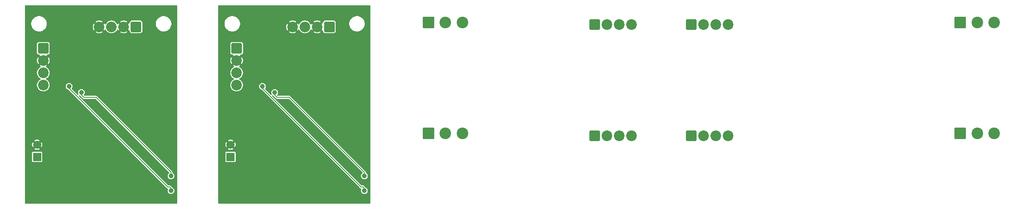
<source format=gbr>
%TF.GenerationSoftware,KiCad,Pcbnew,9.0.3*%
%TF.CreationDate,2025-08-26T07:18:43-07:00*%
%TF.ProjectId,board_prints,626f6172-645f-4707-9269-6e74732e6b69,rev?*%
%TF.SameCoordinates,Original*%
%TF.FileFunction,Copper,L2,Bot*%
%TF.FilePolarity,Positive*%
%FSLAX46Y46*%
G04 Gerber Fmt 4.6, Leading zero omitted, Abs format (unit mm)*
G04 Created by KiCad (PCBNEW 9.0.3) date 2025-08-26 07:18:43*
%MOMM*%
%LPD*%
G01*
G04 APERTURE LIST*
G04 Aperture macros list*
%AMRoundRect*
0 Rectangle with rounded corners*
0 $1 Rounding radius*
0 $2 $3 $4 $5 $6 $7 $8 $9 X,Y pos of 4 corners*
0 Add a 4 corners polygon primitive as box body*
4,1,4,$2,$3,$4,$5,$6,$7,$8,$9,$2,$3,0*
0 Add four circle primitives for the rounded corners*
1,1,$1+$1,$2,$3*
1,1,$1+$1,$4,$5*
1,1,$1+$1,$6,$7*
1,1,$1+$1,$8,$9*
0 Add four rect primitives between the rounded corners*
20,1,$1+$1,$2,$3,$4,$5,0*
20,1,$1+$1,$4,$5,$6,$7,0*
20,1,$1+$1,$6,$7,$8,$9,0*
20,1,$1+$1,$8,$9,$2,$3,0*%
G04 Aperture macros list end*
%TA.AperFunction,ComponentPad*%
%ADD10RoundRect,0.249999X0.850001X0.850001X-0.850001X0.850001X-0.850001X-0.850001X0.850001X-0.850001X0*%
%TD*%
%TA.AperFunction,ComponentPad*%
%ADD11C,2.200000*%
%TD*%
%TA.AperFunction,ComponentPad*%
%ADD12R,1.700000X1.700000*%
%TD*%
%TA.AperFunction,ComponentPad*%
%ADD13C,1.700000*%
%TD*%
%TA.AperFunction,ComponentPad*%
%ADD14RoundRect,0.250001X-0.949999X-0.949999X0.949999X-0.949999X0.949999X0.949999X-0.949999X0.949999X0*%
%TD*%
%TA.AperFunction,ComponentPad*%
%ADD15C,2.400000*%
%TD*%
%TA.AperFunction,ComponentPad*%
%ADD16RoundRect,0.249999X-0.850001X0.850001X-0.850001X-0.850001X0.850001X-0.850001X0.850001X0.850001X0*%
%TD*%
%TA.AperFunction,ComponentPad*%
%ADD17RoundRect,0.249999X-0.850001X-0.850001X0.850001X-0.850001X0.850001X0.850001X-0.850001X0.850001X0*%
%TD*%
%TA.AperFunction,ViaPad*%
%ADD18C,1.000000*%
%TD*%
%TA.AperFunction,ViaPad*%
%ADD19C,1.500000*%
%TD*%
%TA.AperFunction,Conductor*%
%ADD20C,0.200000*%
%TD*%
G04 APERTURE END LIST*
D10*
%TO.P,J2,1,Pin_1*%
%TO.N,Net-(J2-Pin_1)*%
X108487000Y-112935000D03*
D11*
%TO.P,J2,2,Pin_2*%
%TO.N,GND*%
X105947000Y-112935000D03*
%TO.P,J2,3,Pin_3*%
%TO.N,Net-(J2-Pin_3)*%
X103407000Y-112935000D03*
%TO.P,J2,4,Pin_4*%
%TO.N,GND*%
X100867000Y-112935000D03*
%TD*%
D12*
%TO.P,J3,1,Pin_1*%
%TO.N,+BATT*%
X48048000Y-139855000D03*
D13*
%TO.P,J3,2,Pin_2*%
%TO.N,GND*%
X48048000Y-137315000D03*
%TD*%
D14*
%TO.P,J4,1,Pin_1*%
%TO.N,+BATT*%
X129000000Y-112000000D03*
D15*
%TO.P,J4,2,Pin_2*%
%TO.N,-BATT*%
X132500000Y-112000000D03*
%TO.P,J4,3,Pin_3*%
%TO.N,GND*%
X136000000Y-112000000D03*
%TD*%
D14*
%TO.P,J4,1,Pin_1*%
%TO.N,+BATT*%
X129000000Y-135000000D03*
D15*
%TO.P,J4,2,Pin_2*%
%TO.N,-BATT*%
X132500000Y-135000000D03*
%TO.P,J4,3,Pin_3*%
%TO.N,GND*%
X136000000Y-135000000D03*
%TD*%
D12*
%TO.P,J3,1,Pin_1*%
%TO.N,+BATT*%
X88036000Y-139855000D03*
D13*
%TO.P,J3,2,Pin_2*%
%TO.N,GND*%
X88036000Y-137315000D03*
%TD*%
D10*
%TO.P,J2,1,Pin_1*%
%TO.N,Net-(J2-Pin_1)*%
X68499000Y-112935000D03*
D11*
%TO.P,J2,2,Pin_2*%
%TO.N,GND*%
X65959000Y-112935000D03*
%TO.P,J2,3,Pin_3*%
%TO.N,Net-(J2-Pin_3)*%
X63419000Y-112935000D03*
%TO.P,J2,4,Pin_4*%
%TO.N,GND*%
X60879000Y-112935000D03*
%TD*%
D16*
%TO.P,J1,1,Pin_1*%
%TO.N,+BATT*%
X49318000Y-117376000D03*
D11*
%TO.P,J1,2,Pin_2*%
%TO.N,GND*%
X49318000Y-119916000D03*
%TO.P,J1,3,Pin_3*%
%TO.N,+5V*%
X49318000Y-122456000D03*
%TO.P,J1,4,Pin_4*%
%TO.N,+BATT*%
X49318000Y-124996000D03*
%TD*%
D17*
%TO.P,J1,1,Pin_1*%
%TO.N,GND*%
X183380000Y-135500000D03*
D11*
%TO.P,J1,2,Pin_2*%
X185920000Y-135500000D03*
%TO.P,J1,3,Pin_3*%
%TO.N,Net-(J1-Pin_3)*%
X188460000Y-135500000D03*
%TO.P,J1,4,Pin_4*%
%TO.N,Net-(J1-Pin_4)*%
X191000000Y-135500000D03*
%TD*%
D16*
%TO.P,J1,1,Pin_1*%
%TO.N,+BATT*%
X89306000Y-117376000D03*
D11*
%TO.P,J1,2,Pin_2*%
%TO.N,GND*%
X89306000Y-119916000D03*
%TO.P,J1,3,Pin_3*%
%TO.N,+5V*%
X89306000Y-122456000D03*
%TO.P,J1,4,Pin_4*%
%TO.N,+BATT*%
X89306000Y-124996000D03*
%TD*%
D17*
%TO.P,J3,1,Pin_1*%
%TO.N,GND*%
X163380000Y-112500000D03*
D11*
%TO.P,J3,2,Pin_2*%
X165920000Y-112500000D03*
%TO.P,J3,3,Pin_3*%
X168460000Y-112500000D03*
%TO.P,J3,4,Pin_4*%
X171000000Y-112500000D03*
%TD*%
D14*
%TO.P,J2,1,Pin_1*%
%TO.N,+BATT*%
X239000000Y-112000000D03*
D15*
%TO.P,J2,2,Pin_2*%
%TO.N,-BATT*%
X242500000Y-112000000D03*
%TO.P,J2,3,Pin_3*%
%TO.N,GND*%
X246000000Y-112000000D03*
%TD*%
D17*
%TO.P,J1,1,Pin_1*%
%TO.N,GND*%
X183380000Y-112500000D03*
D11*
%TO.P,J1,2,Pin_2*%
X185920000Y-112500000D03*
%TO.P,J1,3,Pin_3*%
%TO.N,Net-(J1-Pin_3)*%
X188460000Y-112500000D03*
%TO.P,J1,4,Pin_4*%
%TO.N,Net-(J1-Pin_4)*%
X191000000Y-112500000D03*
%TD*%
D17*
%TO.P,J3,1,Pin_1*%
%TO.N,GND*%
X163380000Y-135500000D03*
D11*
%TO.P,J3,2,Pin_2*%
X165920000Y-135500000D03*
%TO.P,J3,3,Pin_3*%
X168460000Y-135500000D03*
%TO.P,J3,4,Pin_4*%
X171000000Y-135500000D03*
%TD*%
D14*
%TO.P,J2,1,Pin_1*%
%TO.N,+BATT*%
X239000000Y-135000000D03*
D15*
%TO.P,J2,2,Pin_2*%
%TO.N,-BATT*%
X242500000Y-135000000D03*
%TO.P,J2,3,Pin_3*%
%TO.N,GND*%
X246000000Y-135000000D03*
%TD*%
D18*
%TO.N,/~{CS}*%
X75734000Y-146840000D03*
X94640000Y-125250000D03*
X115722000Y-146840000D03*
X54652000Y-125250000D03*
D19*
%TO.N,GND*%
X49064000Y-131219000D03*
X67987000Y-115471000D03*
X75480000Y-139347000D03*
X101625000Y-115471000D03*
X107975000Y-115471000D03*
X115468000Y-139347000D03*
X75480000Y-117376000D03*
X50842000Y-114582000D03*
X61637000Y-115471000D03*
X87401000Y-146840000D03*
X90830000Y-114582000D03*
X47413000Y-146840000D03*
X89052000Y-131219000D03*
X115468000Y-117376000D03*
D18*
%TO.N,Net-(U3-PA4_A1_D1)*%
X57192000Y-126520000D03*
X75734000Y-143792000D03*
X115722000Y-143792000D03*
X97180000Y-126520000D03*
%TD*%
D20*
%TO.N,/~{CS}*%
X54652000Y-125659326D02*
X54652000Y-125250000D01*
X75480000Y-146078000D02*
X75070674Y-146078000D01*
X94640000Y-125659326D02*
X94640000Y-125250000D01*
X115058674Y-146078000D02*
X94640000Y-125659326D01*
X75070674Y-146078000D02*
X54652000Y-125659326D01*
X115468000Y-146078000D02*
X115058674Y-146078000D01*
X115722000Y-146840000D02*
X115722000Y-146332000D01*
X75734000Y-146332000D02*
X75480000Y-146078000D01*
X115722000Y-146332000D02*
X115468000Y-146078000D01*
X75734000Y-146840000D02*
X75734000Y-146332000D01*
%TO.N,GND*%
X64812000Y-119408000D02*
X65066000Y-119408000D01*
X104800000Y-119408000D02*
X105054000Y-119408000D01*
X65066000Y-119408000D02*
X65831469Y-119408000D01*
X105054000Y-119408000D02*
X105819469Y-119408000D01*
%TO.N,Net-(U3-PA4_A1_D1)*%
X57192000Y-126520000D02*
X57192000Y-127028000D01*
X97180000Y-127028000D02*
X97688000Y-127536000D01*
X100228000Y-127536000D02*
X115722000Y-143030000D01*
X115722000Y-143030000D02*
X115722000Y-143792000D01*
X97180000Y-126520000D02*
X97180000Y-127028000D01*
X97688000Y-127536000D02*
X100228000Y-127536000D01*
X57192000Y-127028000D02*
X57700000Y-127536000D01*
X57700000Y-127536000D02*
X60240000Y-127536000D01*
X75734000Y-143030000D02*
X75734000Y-143792000D01*
X60240000Y-127536000D02*
X75734000Y-143030000D01*
%TD*%
%TA.AperFunction,Conductor*%
%TO.N,GND*%
G36*
X76970031Y-108497713D02*
G01*
X77006576Y-108548013D01*
X77011500Y-108579100D01*
X77011500Y-149413900D01*
X76992287Y-149473031D01*
X76941987Y-149509576D01*
X76910900Y-149514500D01*
X45601100Y-149514500D01*
X45541969Y-149495287D01*
X45505424Y-149444987D01*
X45500500Y-149413900D01*
X45500500Y-138984936D01*
X46994300Y-138984936D01*
X46994300Y-140725063D01*
X47006118Y-140784479D01*
X47006119Y-140784480D01*
X47051140Y-140851860D01*
X47118520Y-140896881D01*
X47177936Y-140908700D01*
X47177937Y-140908700D01*
X48918063Y-140908700D01*
X48918064Y-140908700D01*
X48977480Y-140896881D01*
X49044860Y-140851860D01*
X49089881Y-140784480D01*
X49101700Y-140725064D01*
X49101700Y-138984936D01*
X49089881Y-138925520D01*
X49044860Y-138858140D01*
X48977480Y-138813119D01*
X48977479Y-138813118D01*
X48929882Y-138803650D01*
X48918064Y-138801300D01*
X47177936Y-138801300D01*
X47168078Y-138803260D01*
X47118520Y-138813118D01*
X47051140Y-138858140D01*
X47006118Y-138925520D01*
X46994300Y-138984936D01*
X45500500Y-138984936D01*
X45500500Y-137211269D01*
X46994800Y-137211269D01*
X46994800Y-137418730D01*
X47035274Y-137622209D01*
X47114664Y-137813873D01*
X47114668Y-137813881D01*
X47147070Y-137862374D01*
X47147071Y-137862374D01*
X47565037Y-137444408D01*
X47582075Y-137507993D01*
X47647901Y-137622007D01*
X47740993Y-137715099D01*
X47855007Y-137780925D01*
X47918590Y-137797962D01*
X47500624Y-138215927D01*
X47500624Y-138215928D01*
X47549118Y-138248331D01*
X47549126Y-138248335D01*
X47740790Y-138327725D01*
X47944270Y-138368200D01*
X48151730Y-138368200D01*
X48355209Y-138327725D01*
X48546870Y-138248337D01*
X48546883Y-138248329D01*
X48595374Y-138215928D01*
X48595374Y-138215927D01*
X48177409Y-137797962D01*
X48240993Y-137780925D01*
X48355007Y-137715099D01*
X48448099Y-137622007D01*
X48513925Y-137507993D01*
X48530962Y-137444409D01*
X48948927Y-137862374D01*
X48948928Y-137862374D01*
X48981329Y-137813883D01*
X48981337Y-137813870D01*
X49060725Y-137622209D01*
X49101200Y-137418730D01*
X49101200Y-137211269D01*
X49060725Y-137007790D01*
X48981335Y-136816126D01*
X48981331Y-136816118D01*
X48948928Y-136767624D01*
X48948927Y-136767624D01*
X48530962Y-137185589D01*
X48513925Y-137122007D01*
X48448099Y-137007993D01*
X48355007Y-136914901D01*
X48240993Y-136849075D01*
X48177407Y-136832037D01*
X48595374Y-136414071D01*
X48595374Y-136414070D01*
X48546881Y-136381668D01*
X48546873Y-136381664D01*
X48355209Y-136302274D01*
X48151730Y-136261800D01*
X47944270Y-136261800D01*
X47740790Y-136302274D01*
X47549127Y-136381664D01*
X47549121Y-136381667D01*
X47500624Y-136414071D01*
X47918590Y-136832037D01*
X47855007Y-136849075D01*
X47740993Y-136914901D01*
X47647901Y-137007993D01*
X47582075Y-137122007D01*
X47565037Y-137185590D01*
X47147071Y-136767624D01*
X47114667Y-136816121D01*
X47114664Y-136816127D01*
X47035274Y-137007790D01*
X46994800Y-137211269D01*
X45500500Y-137211269D01*
X45500500Y-116471346D01*
X48014300Y-116471346D01*
X48014300Y-118280654D01*
X48017174Y-118311302D01*
X48062346Y-118440395D01*
X48143561Y-118550439D01*
X48253605Y-118631654D01*
X48382698Y-118676826D01*
X48413346Y-118679700D01*
X48413352Y-118679700D01*
X48493121Y-118679700D01*
X48552252Y-118698913D01*
X48588797Y-118749213D01*
X48593411Y-118788194D01*
X48589787Y-118834233D01*
X49147766Y-119392212D01*
X49105708Y-119403482D01*
X48980292Y-119475890D01*
X48877890Y-119578292D01*
X48805482Y-119703708D01*
X48794212Y-119745766D01*
X48236233Y-119187787D01*
X48236232Y-119187787D01*
X48203404Y-119232971D01*
X48203400Y-119232977D01*
X48110278Y-119415740D01*
X48110277Y-119415742D01*
X48046891Y-119610823D01*
X48046887Y-119610839D01*
X48014800Y-119813429D01*
X48014800Y-120018570D01*
X48046887Y-120221160D01*
X48046891Y-120221176D01*
X48110277Y-120416257D01*
X48110278Y-120416259D01*
X48203399Y-120599021D01*
X48236232Y-120644210D01*
X48794211Y-120086231D01*
X48805482Y-120128292D01*
X48877890Y-120253708D01*
X48980292Y-120356110D01*
X49105708Y-120428518D01*
X49147765Y-120439787D01*
X48589787Y-120997765D01*
X48589787Y-120997766D01*
X48634971Y-121030595D01*
X48634977Y-121030599D01*
X48763499Y-121096084D01*
X48807463Y-121140047D01*
X48817189Y-121201456D01*
X48788963Y-121256854D01*
X48763500Y-121275354D01*
X48634711Y-121340976D01*
X48468698Y-121461592D01*
X48323592Y-121606698D01*
X48202976Y-121772711D01*
X48109813Y-121955552D01*
X48046404Y-122150706D01*
X48046401Y-122150720D01*
X48014300Y-122353392D01*
X48014300Y-122558607D01*
X48046401Y-122761279D01*
X48046404Y-122761293D01*
X48109813Y-122956447D01*
X48202976Y-123139288D01*
X48323592Y-123305301D01*
X48323594Y-123305303D01*
X48468697Y-123450406D01*
X48634712Y-123571024D01*
X48693716Y-123601088D01*
X48762950Y-123636365D01*
X48806913Y-123680329D01*
X48816639Y-123741738D01*
X48788413Y-123797135D01*
X48762950Y-123815635D01*
X48634711Y-123880976D01*
X48468698Y-124001592D01*
X48323592Y-124146698D01*
X48202976Y-124312711D01*
X48109813Y-124495552D01*
X48046404Y-124690706D01*
X48046401Y-124690720D01*
X48014300Y-124893392D01*
X48014300Y-125098607D01*
X48046401Y-125301279D01*
X48046404Y-125301293D01*
X48109813Y-125496447D01*
X48202976Y-125679288D01*
X48323592Y-125845301D01*
X48323594Y-125845303D01*
X48468697Y-125990406D01*
X48634712Y-126111024D01*
X48724390Y-126156717D01*
X48817552Y-126204186D01*
X49012706Y-126267595D01*
X49012708Y-126267595D01*
X49012716Y-126267598D01*
X49215392Y-126299699D01*
X49215394Y-126299700D01*
X49215397Y-126299700D01*
X49420606Y-126299700D01*
X49420606Y-126299699D01*
X49623284Y-126267598D01*
X49818447Y-126204186D01*
X50001288Y-126111024D01*
X50167303Y-125990406D01*
X50312406Y-125845303D01*
X50433024Y-125679288D01*
X50526186Y-125496447D01*
X50589598Y-125301284D01*
X50608698Y-125180692D01*
X53948300Y-125180692D01*
X53948300Y-125319307D01*
X53975343Y-125455264D01*
X54028387Y-125583323D01*
X54028388Y-125583326D01*
X54028389Y-125583327D01*
X54105400Y-125698583D01*
X54203417Y-125796600D01*
X54318673Y-125873611D01*
X54345880Y-125884880D01*
X54446731Y-125926655D01*
X54446735Y-125926655D01*
X54446738Y-125926657D01*
X54470603Y-125931403D01*
X54522112Y-125958935D01*
X74884199Y-146321022D01*
X74953448Y-146361003D01*
X74953454Y-146361006D01*
X75037059Y-146383407D01*
X75036304Y-146386222D01*
X75081462Y-146407739D01*
X75111150Y-146462367D01*
X75105184Y-146519237D01*
X75057343Y-146634735D01*
X75030300Y-146770692D01*
X75030300Y-146909307D01*
X75057343Y-147045264D01*
X75110387Y-147173323D01*
X75110388Y-147173326D01*
X75110389Y-147173327D01*
X75187400Y-147288583D01*
X75285417Y-147386600D01*
X75400673Y-147463611D01*
X75464705Y-147490134D01*
X75528735Y-147516656D01*
X75528736Y-147516656D01*
X75528738Y-147516657D01*
X75664692Y-147543700D01*
X75664693Y-147543700D01*
X75803307Y-147543700D01*
X75803308Y-147543700D01*
X75939262Y-147516657D01*
X76067327Y-147463611D01*
X76182583Y-147386600D01*
X76280600Y-147288583D01*
X76357611Y-147173327D01*
X76410657Y-147045262D01*
X76437700Y-146909308D01*
X76437700Y-146770692D01*
X76410657Y-146634738D01*
X76357611Y-146506673D01*
X76280600Y-146391417D01*
X76182583Y-146293400D01*
X76067327Y-146216389D01*
X76067328Y-146216389D01*
X76067326Y-146216388D01*
X76067323Y-146216387D01*
X76033956Y-146202565D01*
X75986680Y-146162185D01*
X75985336Y-146159926D01*
X75977020Y-146145523D01*
X75666474Y-145834977D01*
X75597225Y-145794996D01*
X75597219Y-145794993D01*
X75519989Y-145774301D01*
X75519984Y-145774300D01*
X75519983Y-145774300D01*
X75519982Y-145774300D01*
X75238141Y-145774300D01*
X75179010Y-145755087D01*
X75167006Y-145744835D01*
X56698242Y-127276071D01*
X56690479Y-127260836D01*
X56678681Y-127248462D01*
X56676718Y-127233828D01*
X56670016Y-127220673D01*
X56672690Y-127203787D01*
X56670418Y-127186840D01*
X56677432Y-127173846D01*
X56679742Y-127159265D01*
X56691830Y-127147176D01*
X56699954Y-127132129D01*
X56713267Y-127125739D01*
X56723706Y-127115301D01*
X56740591Y-127112626D01*
X56756008Y-127105228D01*
X56768708Y-127108173D01*
X56785114Y-127105575D01*
X56817168Y-127116412D01*
X56821326Y-127118656D01*
X56858673Y-127143611D01*
X56896810Y-127159408D01*
X56901332Y-127161849D01*
X56919405Y-127180804D01*
X56939315Y-127197808D01*
X56940653Y-127200055D01*
X56948979Y-127214476D01*
X57456977Y-127722473D01*
X57456979Y-127722476D01*
X57513524Y-127779021D01*
X57557427Y-127804368D01*
X57582775Y-127819004D01*
X57582777Y-127819005D01*
X57643682Y-127835323D01*
X57660016Y-127839700D01*
X57660017Y-127839700D01*
X60072533Y-127839700D01*
X60131664Y-127858913D01*
X60143668Y-127869165D01*
X75339303Y-143064800D01*
X75367529Y-143120198D01*
X75357803Y-143181606D01*
X75324060Y-143219579D01*
X75285417Y-143245400D01*
X75285413Y-143245403D01*
X75187403Y-143343413D01*
X75110388Y-143458673D01*
X75110387Y-143458676D01*
X75057343Y-143586735D01*
X75030300Y-143722692D01*
X75030300Y-143861307D01*
X75057343Y-143997264D01*
X75110387Y-144125323D01*
X75110388Y-144125326D01*
X75110389Y-144125327D01*
X75187400Y-144240583D01*
X75285417Y-144338600D01*
X75400673Y-144415611D01*
X75464705Y-144442134D01*
X75528735Y-144468656D01*
X75528736Y-144468656D01*
X75528738Y-144468657D01*
X75664692Y-144495700D01*
X75664693Y-144495700D01*
X75803307Y-144495700D01*
X75803308Y-144495700D01*
X75939262Y-144468657D01*
X76067327Y-144415611D01*
X76182583Y-144338600D01*
X76280600Y-144240583D01*
X76357611Y-144125327D01*
X76410657Y-143997262D01*
X76437700Y-143861308D01*
X76437700Y-143722692D01*
X76410657Y-143586738D01*
X76357611Y-143458673D01*
X76280600Y-143343417D01*
X76182583Y-143245400D01*
X76143942Y-143219581D01*
X76082409Y-143178465D01*
X76043918Y-143129639D01*
X76037700Y-143094820D01*
X76037700Y-142990018D01*
X76037698Y-142990010D01*
X76017006Y-142912780D01*
X76017003Y-142912774D01*
X75977022Y-142843525D01*
X60426474Y-127292977D01*
X60357225Y-127252996D01*
X60357219Y-127252993D01*
X60279989Y-127232301D01*
X60279984Y-127232300D01*
X60279983Y-127232300D01*
X60279982Y-127232300D01*
X57867466Y-127232300D01*
X57859745Y-127229791D01*
X57851729Y-127231061D01*
X57830740Y-127220366D01*
X57808335Y-127213087D01*
X57796331Y-127202835D01*
X57721474Y-127127978D01*
X57693248Y-127072580D01*
X57702974Y-127011172D01*
X57721473Y-126985708D01*
X57738600Y-126968583D01*
X57815611Y-126853327D01*
X57868657Y-126725262D01*
X57895700Y-126589308D01*
X57895700Y-126450692D01*
X57868657Y-126314738D01*
X57815611Y-126186673D01*
X57738600Y-126071417D01*
X57640583Y-125973400D01*
X57525327Y-125896389D01*
X57525328Y-125896389D01*
X57525326Y-125896388D01*
X57525323Y-125896387D01*
X57397264Y-125843343D01*
X57306626Y-125825314D01*
X57261308Y-125816300D01*
X57122692Y-125816300D01*
X57088703Y-125823060D01*
X56986735Y-125843343D01*
X56858676Y-125896387D01*
X56858673Y-125896388D01*
X56743413Y-125973403D01*
X56645403Y-126071413D01*
X56568388Y-126186673D01*
X56568387Y-126186676D01*
X56515343Y-126314735D01*
X56488300Y-126450692D01*
X56488300Y-126589307D01*
X56515343Y-126725264D01*
X56568387Y-126853323D01*
X56568391Y-126853331D01*
X56590709Y-126886732D01*
X56607585Y-126946572D01*
X56586066Y-127004903D01*
X56534370Y-127039445D01*
X56472244Y-127037004D01*
X56435928Y-127013757D01*
X55225797Y-125803626D01*
X55197571Y-125748228D01*
X55207297Y-125686820D01*
X55213276Y-125676617D01*
X55275611Y-125583327D01*
X55328657Y-125455262D01*
X55355700Y-125319308D01*
X55355700Y-125180692D01*
X55328657Y-125044738D01*
X55275611Y-124916673D01*
X55198600Y-124801417D01*
X55100583Y-124703400D01*
X54985327Y-124626389D01*
X54985328Y-124626389D01*
X54985326Y-124626388D01*
X54985323Y-124626387D01*
X54857264Y-124573343D01*
X54766626Y-124555314D01*
X54721308Y-124546300D01*
X54582692Y-124546300D01*
X54548703Y-124553060D01*
X54446735Y-124573343D01*
X54318676Y-124626387D01*
X54318673Y-124626388D01*
X54203413Y-124703403D01*
X54105403Y-124801413D01*
X54028388Y-124916673D01*
X54028387Y-124916676D01*
X53975343Y-125044735D01*
X53948300Y-125180692D01*
X50608698Y-125180692D01*
X50621700Y-125098603D01*
X50621700Y-124893397D01*
X50621700Y-124893393D01*
X50621699Y-124893392D01*
X50589598Y-124690716D01*
X50568697Y-124626388D01*
X50526186Y-124495552D01*
X50433023Y-124312711D01*
X50312407Y-124146698D01*
X50167301Y-124001592D01*
X50001288Y-123880975D01*
X50001284Y-123880973D01*
X49873050Y-123815635D01*
X49829086Y-123771671D01*
X49819360Y-123710263D01*
X49847586Y-123654865D01*
X49873050Y-123636365D01*
X50001284Y-123571026D01*
X50001288Y-123571024D01*
X50001289Y-123571023D01*
X50167303Y-123450406D01*
X50312406Y-123305303D01*
X50433024Y-123139288D01*
X50526186Y-122956447D01*
X50589598Y-122761284D01*
X50621700Y-122558603D01*
X50621700Y-122353397D01*
X50621700Y-122353393D01*
X50621699Y-122353392D01*
X50589598Y-122150716D01*
X50526186Y-121955553D01*
X50526186Y-121955552D01*
X50433023Y-121772711D01*
X50312407Y-121606698D01*
X50167301Y-121461592D01*
X50001288Y-121340976D01*
X49872499Y-121275354D01*
X49828536Y-121231390D01*
X49818810Y-121169981D01*
X49847036Y-121114584D01*
X49872500Y-121096083D01*
X50001027Y-121030596D01*
X50046212Y-120997766D01*
X49488233Y-120439787D01*
X49530292Y-120428518D01*
X49655708Y-120356110D01*
X49758110Y-120253708D01*
X49830518Y-120128292D01*
X49841787Y-120086233D01*
X50399766Y-120644212D01*
X50432599Y-120599023D01*
X50525721Y-120416259D01*
X50525722Y-120416257D01*
X50589108Y-120221176D01*
X50589112Y-120221160D01*
X50621199Y-120018570D01*
X50621200Y-120018566D01*
X50621200Y-119813434D01*
X50621199Y-119813429D01*
X50589112Y-119610839D01*
X50589108Y-119610823D01*
X50525722Y-119415742D01*
X50525721Y-119415740D01*
X50432599Y-119232977D01*
X50432595Y-119232971D01*
X50399766Y-119187787D01*
X50399765Y-119187787D01*
X49841787Y-119745765D01*
X49830518Y-119703708D01*
X49758110Y-119578292D01*
X49655708Y-119475890D01*
X49530292Y-119403482D01*
X49488231Y-119392211D01*
X50046211Y-118834232D01*
X50042588Y-118788193D01*
X50057102Y-118727737D01*
X50104380Y-118687358D01*
X50142878Y-118679700D01*
X50222648Y-118679700D01*
X50222654Y-118679700D01*
X50253302Y-118676826D01*
X50382395Y-118631654D01*
X50492439Y-118550439D01*
X50573654Y-118440395D01*
X50618826Y-118311302D01*
X50621700Y-118280654D01*
X50621700Y-116471346D01*
X50618826Y-116440698D01*
X50573654Y-116311605D01*
X50492439Y-116201561D01*
X50382395Y-116120346D01*
X50253302Y-116075174D01*
X50222654Y-116072300D01*
X48413346Y-116072300D01*
X48382698Y-116075174D01*
X48318151Y-116097760D01*
X48253604Y-116120346D01*
X48143561Y-116201561D01*
X48062346Y-116311604D01*
X48062346Y-116311605D01*
X48017174Y-116440698D01*
X48014300Y-116471346D01*
X45500500Y-116471346D01*
X45500500Y-112170033D01*
X46828500Y-112170033D01*
X46828500Y-112421966D01*
X46867909Y-112670780D01*
X46867912Y-112670794D01*
X46945758Y-112910379D01*
X47060125Y-113134836D01*
X47060130Y-113134845D01*
X47134168Y-113236750D01*
X47208205Y-113338654D01*
X47208207Y-113338656D01*
X47386344Y-113516793D01*
X47590155Y-113664870D01*
X47590163Y-113664874D01*
X47814620Y-113779241D01*
X48054205Y-113857087D01*
X48054207Y-113857087D01*
X48054215Y-113857090D01*
X48303034Y-113896499D01*
X48303036Y-113896500D01*
X48303038Y-113896500D01*
X48554964Y-113896500D01*
X48554964Y-113896499D01*
X48614339Y-113887095D01*
X48665056Y-113879063D01*
X48720368Y-113870302D01*
X48803785Y-113857090D01*
X49043379Y-113779241D01*
X49267845Y-113664870D01*
X49471656Y-113516793D01*
X49649793Y-113338656D01*
X49797870Y-113134845D01*
X49912241Y-112910379D01*
X49937569Y-112832429D01*
X59575800Y-112832429D01*
X59575800Y-113037570D01*
X59607887Y-113240160D01*
X59607891Y-113240176D01*
X59671277Y-113435257D01*
X59671278Y-113435259D01*
X59764399Y-113618021D01*
X59797232Y-113663210D01*
X60355211Y-113105231D01*
X60366482Y-113147292D01*
X60438890Y-113272708D01*
X60541292Y-113375110D01*
X60666708Y-113447518D01*
X60708765Y-113458787D01*
X60150787Y-114016765D01*
X60150787Y-114016766D01*
X60195971Y-114049595D01*
X60195977Y-114049599D01*
X60378740Y-114142721D01*
X60378742Y-114142722D01*
X60573823Y-114206108D01*
X60573839Y-114206112D01*
X60776429Y-114238199D01*
X60776434Y-114238200D01*
X60981566Y-114238200D01*
X60981570Y-114238199D01*
X61184160Y-114206112D01*
X61184176Y-114206108D01*
X61379257Y-114142722D01*
X61379259Y-114142721D01*
X61562023Y-114049599D01*
X61607212Y-114016766D01*
X61049233Y-113458787D01*
X61091292Y-113447518D01*
X61216708Y-113375110D01*
X61319110Y-113272708D01*
X61391518Y-113147292D01*
X61402787Y-113105233D01*
X61960766Y-113663212D01*
X61993596Y-113618027D01*
X62059083Y-113489500D01*
X62103047Y-113445536D01*
X62164456Y-113435809D01*
X62219853Y-113464035D01*
X62238354Y-113489499D01*
X62303976Y-113618288D01*
X62424592Y-113784301D01*
X62424594Y-113784303D01*
X62569697Y-113929406D01*
X62735712Y-114050024D01*
X62825390Y-114095717D01*
X62918552Y-114143186D01*
X63113706Y-114206595D01*
X63113708Y-114206595D01*
X63113716Y-114206598D01*
X63316392Y-114238699D01*
X63316394Y-114238700D01*
X63316397Y-114238700D01*
X63521606Y-114238700D01*
X63521606Y-114238699D01*
X63724284Y-114206598D01*
X63919447Y-114143186D01*
X64102288Y-114050024D01*
X64268303Y-113929406D01*
X64413406Y-113784303D01*
X64534024Y-113618288D01*
X64599645Y-113489500D01*
X64643608Y-113445536D01*
X64705017Y-113435810D01*
X64760415Y-113464036D01*
X64778915Y-113489499D01*
X64844401Y-113618023D01*
X64877232Y-113663210D01*
X65435211Y-113105231D01*
X65446482Y-113147292D01*
X65518890Y-113272708D01*
X65621292Y-113375110D01*
X65746708Y-113447518D01*
X65788765Y-113458787D01*
X65230787Y-114016765D01*
X65230787Y-114016766D01*
X65275971Y-114049595D01*
X65275977Y-114049599D01*
X65458740Y-114142721D01*
X65458742Y-114142722D01*
X65653823Y-114206108D01*
X65653839Y-114206112D01*
X65856429Y-114238199D01*
X65856434Y-114238200D01*
X66061566Y-114238200D01*
X66061570Y-114238199D01*
X66264160Y-114206112D01*
X66264176Y-114206108D01*
X66459257Y-114142722D01*
X66459259Y-114142721D01*
X66642023Y-114049599D01*
X66687212Y-114016766D01*
X66129233Y-113458787D01*
X66171292Y-113447518D01*
X66296708Y-113375110D01*
X66399110Y-113272708D01*
X66471518Y-113147292D01*
X66482787Y-113105233D01*
X67040765Y-113663211D01*
X67086808Y-113659589D01*
X67147265Y-113674104D01*
X67187643Y-113721382D01*
X67195300Y-113759879D01*
X67195300Y-113839654D01*
X67198174Y-113870302D01*
X67243346Y-113999395D01*
X67324561Y-114109439D01*
X67434605Y-114190654D01*
X67563698Y-114235826D01*
X67594346Y-114238700D01*
X67594352Y-114238700D01*
X69403648Y-114238700D01*
X69403654Y-114238700D01*
X69434302Y-114235826D01*
X69563395Y-114190654D01*
X69673439Y-114109439D01*
X69754654Y-113999395D01*
X69799826Y-113870302D01*
X69802700Y-113839654D01*
X69802700Y-112170033D01*
X72609500Y-112170033D01*
X72609500Y-112421966D01*
X72648909Y-112670780D01*
X72648912Y-112670794D01*
X72726758Y-112910379D01*
X72841125Y-113134836D01*
X72841130Y-113134845D01*
X72915168Y-113236750D01*
X72989205Y-113338654D01*
X72989207Y-113338656D01*
X73167344Y-113516793D01*
X73371155Y-113664870D01*
X73371163Y-113664874D01*
X73595620Y-113779241D01*
X73835205Y-113857087D01*
X73835207Y-113857087D01*
X73835215Y-113857090D01*
X74084034Y-113896499D01*
X74084036Y-113896500D01*
X74084038Y-113896500D01*
X74335964Y-113896500D01*
X74335964Y-113896499D01*
X74584785Y-113857090D01*
X74824379Y-113779241D01*
X75048845Y-113664870D01*
X75252656Y-113516793D01*
X75430793Y-113338656D01*
X75578870Y-113134845D01*
X75693241Y-112910379D01*
X75771090Y-112670785D01*
X75810500Y-112421962D01*
X75810500Y-112170038D01*
X75771090Y-111921215D01*
X75754646Y-111870605D01*
X75693241Y-111681620D01*
X75578874Y-111457163D01*
X75578870Y-111457155D01*
X75430793Y-111253344D01*
X75252656Y-111075207D01*
X75252654Y-111075205D01*
X75150750Y-111001168D01*
X75048845Y-110927130D01*
X75048839Y-110927127D01*
X75048836Y-110927125D01*
X74824379Y-110812758D01*
X74584794Y-110734912D01*
X74584780Y-110734909D01*
X74335966Y-110695500D01*
X74335962Y-110695500D01*
X74084038Y-110695500D01*
X74084033Y-110695500D01*
X73835219Y-110734909D01*
X73835205Y-110734912D01*
X73595620Y-110812758D01*
X73371163Y-110927125D01*
X73371152Y-110927132D01*
X73167345Y-111075205D01*
X72989205Y-111253345D01*
X72841132Y-111457152D01*
X72841125Y-111457163D01*
X72726758Y-111681620D01*
X72648912Y-111921205D01*
X72648909Y-111921219D01*
X72609500Y-112170033D01*
X69802700Y-112170033D01*
X69802700Y-112030346D01*
X69799826Y-111999698D01*
X69754654Y-111870605D01*
X69673439Y-111760561D01*
X69563395Y-111679346D01*
X69434302Y-111634174D01*
X69403654Y-111631300D01*
X67594346Y-111631300D01*
X67563698Y-111634174D01*
X67499151Y-111656760D01*
X67434604Y-111679346D01*
X67324561Y-111760561D01*
X67243346Y-111870604D01*
X67198174Y-111999699D01*
X67195300Y-112030351D01*
X67195300Y-112110120D01*
X67176087Y-112169251D01*
X67125787Y-112205796D01*
X67086808Y-112210410D01*
X67040765Y-112206787D01*
X66482787Y-112764765D01*
X66471518Y-112722708D01*
X66399110Y-112597292D01*
X66296708Y-112494890D01*
X66171292Y-112422482D01*
X66129231Y-112411211D01*
X66687211Y-111853232D01*
X66642021Y-111820399D01*
X66459259Y-111727278D01*
X66459257Y-111727277D01*
X66264176Y-111663891D01*
X66264160Y-111663887D01*
X66061570Y-111631800D01*
X65856429Y-111631800D01*
X65653839Y-111663887D01*
X65653823Y-111663891D01*
X65458742Y-111727277D01*
X65458740Y-111727278D01*
X65275977Y-111820400D01*
X65275971Y-111820404D01*
X65230787Y-111853232D01*
X65230787Y-111853233D01*
X65788766Y-112411212D01*
X65746708Y-112422482D01*
X65621292Y-112494890D01*
X65518890Y-112597292D01*
X65446482Y-112722708D01*
X65435212Y-112764766D01*
X64877233Y-112206787D01*
X64877232Y-112206787D01*
X64844404Y-112251971D01*
X64844403Y-112251972D01*
X64778915Y-112380500D01*
X64734951Y-112424463D01*
X64673542Y-112434189D01*
X64618145Y-112405963D01*
X64599645Y-112380500D01*
X64534156Y-112251972D01*
X64534024Y-112251712D01*
X64413406Y-112085697D01*
X64268303Y-111940594D01*
X64268301Y-111940592D01*
X64102288Y-111819976D01*
X63919447Y-111726813D01*
X63724293Y-111663404D01*
X63724279Y-111663401D01*
X63521607Y-111631300D01*
X63521603Y-111631300D01*
X63316397Y-111631300D01*
X63316393Y-111631300D01*
X63113720Y-111663401D01*
X63113706Y-111663404D01*
X62918552Y-111726813D01*
X62735711Y-111819976D01*
X62569698Y-111940592D01*
X62424592Y-112085698D01*
X62303976Y-112251711D01*
X62238354Y-112380500D01*
X62194390Y-112424464D01*
X62132981Y-112434189D01*
X62077584Y-112405962D01*
X62059084Y-112380499D01*
X61993599Y-112251977D01*
X61993595Y-112251971D01*
X61960766Y-112206787D01*
X61960765Y-112206787D01*
X61402787Y-112764765D01*
X61391518Y-112722708D01*
X61319110Y-112597292D01*
X61216708Y-112494890D01*
X61091292Y-112422482D01*
X61049231Y-112411211D01*
X61607211Y-111853232D01*
X61562021Y-111820399D01*
X61379259Y-111727278D01*
X61379257Y-111727277D01*
X61184176Y-111663891D01*
X61184160Y-111663887D01*
X60981570Y-111631800D01*
X60776429Y-111631800D01*
X60573839Y-111663887D01*
X60573823Y-111663891D01*
X60378742Y-111727277D01*
X60378740Y-111727278D01*
X60195977Y-111820400D01*
X60195971Y-111820404D01*
X60150787Y-111853232D01*
X60150787Y-111853233D01*
X60708766Y-112411212D01*
X60666708Y-112422482D01*
X60541292Y-112494890D01*
X60438890Y-112597292D01*
X60366482Y-112722708D01*
X60355212Y-112764766D01*
X59797233Y-112206787D01*
X59797232Y-112206787D01*
X59764404Y-112251971D01*
X59764400Y-112251977D01*
X59671278Y-112434740D01*
X59671277Y-112434742D01*
X59607891Y-112629823D01*
X59607887Y-112629839D01*
X59575800Y-112832429D01*
X49937569Y-112832429D01*
X49948952Y-112797396D01*
X49990087Y-112670794D01*
X49990086Y-112670794D01*
X49990090Y-112670785D01*
X50029500Y-112421962D01*
X50029500Y-112170038D01*
X49990090Y-111921215D01*
X49912241Y-111681621D01*
X49912241Y-111681620D01*
X49797874Y-111457163D01*
X49797870Y-111457155D01*
X49649793Y-111253344D01*
X49471656Y-111075207D01*
X49471654Y-111075205D01*
X49369750Y-111001168D01*
X49267845Y-110927130D01*
X49267839Y-110927127D01*
X49267836Y-110927125D01*
X49043379Y-110812758D01*
X48803794Y-110734912D01*
X48803780Y-110734909D01*
X48554966Y-110695500D01*
X48554962Y-110695500D01*
X48303038Y-110695500D01*
X48303033Y-110695500D01*
X48054219Y-110734909D01*
X48054205Y-110734912D01*
X47814620Y-110812758D01*
X47590163Y-110927125D01*
X47590152Y-110927132D01*
X47386345Y-111075205D01*
X47208205Y-111253345D01*
X47060132Y-111457152D01*
X47060125Y-111457163D01*
X46945758Y-111681620D01*
X46867912Y-111921205D01*
X46867909Y-111921219D01*
X46828500Y-112170033D01*
X45500500Y-112170033D01*
X45500500Y-108579100D01*
X45519713Y-108519969D01*
X45570013Y-108483424D01*
X45601100Y-108478500D01*
X76910900Y-108478500D01*
X76970031Y-108497713D01*
G37*
%TD.AperFunction*%
%TD*%
%TA.AperFunction,Conductor*%
%TO.N,GND*%
G36*
X116958031Y-108497713D02*
G01*
X116994576Y-108548013D01*
X116999500Y-108579100D01*
X116999500Y-149413900D01*
X116980287Y-149473031D01*
X116929987Y-149509576D01*
X116898900Y-149514500D01*
X85589100Y-149514500D01*
X85529969Y-149495287D01*
X85493424Y-149444987D01*
X85488500Y-149413900D01*
X85488500Y-138984936D01*
X86982300Y-138984936D01*
X86982300Y-140725063D01*
X86994118Y-140784479D01*
X86994119Y-140784480D01*
X87039140Y-140851860D01*
X87106520Y-140896881D01*
X87165936Y-140908700D01*
X87165937Y-140908700D01*
X88906063Y-140908700D01*
X88906064Y-140908700D01*
X88965480Y-140896881D01*
X89032860Y-140851860D01*
X89077881Y-140784480D01*
X89089700Y-140725064D01*
X89089700Y-138984936D01*
X89077881Y-138925520D01*
X89032860Y-138858140D01*
X88965480Y-138813119D01*
X88965479Y-138813118D01*
X88917882Y-138803650D01*
X88906064Y-138801300D01*
X87165936Y-138801300D01*
X87156078Y-138803260D01*
X87106520Y-138813118D01*
X87039140Y-138858140D01*
X86994118Y-138925520D01*
X86982300Y-138984936D01*
X85488500Y-138984936D01*
X85488500Y-137211269D01*
X86982800Y-137211269D01*
X86982800Y-137418730D01*
X87023274Y-137622209D01*
X87102664Y-137813873D01*
X87102668Y-137813881D01*
X87135070Y-137862374D01*
X87135071Y-137862374D01*
X87553037Y-137444408D01*
X87570075Y-137507993D01*
X87635901Y-137622007D01*
X87728993Y-137715099D01*
X87843007Y-137780925D01*
X87906590Y-137797962D01*
X87488624Y-138215927D01*
X87488624Y-138215928D01*
X87537118Y-138248331D01*
X87537126Y-138248335D01*
X87728790Y-138327725D01*
X87932270Y-138368200D01*
X88139730Y-138368200D01*
X88343209Y-138327725D01*
X88534870Y-138248337D01*
X88534883Y-138248329D01*
X88583374Y-138215928D01*
X88583374Y-138215927D01*
X88165409Y-137797962D01*
X88228993Y-137780925D01*
X88343007Y-137715099D01*
X88436099Y-137622007D01*
X88501925Y-137507993D01*
X88518962Y-137444409D01*
X88936927Y-137862374D01*
X88936928Y-137862374D01*
X88969329Y-137813883D01*
X88969337Y-137813870D01*
X89048725Y-137622209D01*
X89089200Y-137418730D01*
X89089200Y-137211269D01*
X89048725Y-137007790D01*
X88969335Y-136816126D01*
X88969331Y-136816118D01*
X88936928Y-136767624D01*
X88936927Y-136767624D01*
X88518962Y-137185589D01*
X88501925Y-137122007D01*
X88436099Y-137007993D01*
X88343007Y-136914901D01*
X88228993Y-136849075D01*
X88165407Y-136832037D01*
X88583374Y-136414071D01*
X88583374Y-136414070D01*
X88534881Y-136381668D01*
X88534873Y-136381664D01*
X88343209Y-136302274D01*
X88139730Y-136261800D01*
X87932270Y-136261800D01*
X87728790Y-136302274D01*
X87537127Y-136381664D01*
X87537121Y-136381667D01*
X87488624Y-136414071D01*
X87906590Y-136832037D01*
X87843007Y-136849075D01*
X87728993Y-136914901D01*
X87635901Y-137007993D01*
X87570075Y-137122007D01*
X87553037Y-137185590D01*
X87135071Y-136767624D01*
X87102667Y-136816121D01*
X87102664Y-136816127D01*
X87023274Y-137007790D01*
X86982800Y-137211269D01*
X85488500Y-137211269D01*
X85488500Y-116471346D01*
X88002300Y-116471346D01*
X88002300Y-118280654D01*
X88005174Y-118311302D01*
X88050346Y-118440395D01*
X88131561Y-118550439D01*
X88241605Y-118631654D01*
X88370698Y-118676826D01*
X88401346Y-118679700D01*
X88401352Y-118679700D01*
X88481121Y-118679700D01*
X88540252Y-118698913D01*
X88576797Y-118749213D01*
X88581411Y-118788194D01*
X88577787Y-118834233D01*
X89135766Y-119392212D01*
X89093708Y-119403482D01*
X88968292Y-119475890D01*
X88865890Y-119578292D01*
X88793482Y-119703708D01*
X88782212Y-119745766D01*
X88224233Y-119187787D01*
X88224232Y-119187787D01*
X88191404Y-119232971D01*
X88191400Y-119232977D01*
X88098278Y-119415740D01*
X88098277Y-119415742D01*
X88034891Y-119610823D01*
X88034887Y-119610839D01*
X88002800Y-119813429D01*
X88002800Y-120018570D01*
X88034887Y-120221160D01*
X88034891Y-120221176D01*
X88098277Y-120416257D01*
X88098278Y-120416259D01*
X88191399Y-120599021D01*
X88224232Y-120644210D01*
X88782211Y-120086231D01*
X88793482Y-120128292D01*
X88865890Y-120253708D01*
X88968292Y-120356110D01*
X89093708Y-120428518D01*
X89135765Y-120439787D01*
X88577787Y-120997765D01*
X88577787Y-120997766D01*
X88622971Y-121030595D01*
X88622977Y-121030599D01*
X88751499Y-121096084D01*
X88795463Y-121140047D01*
X88805189Y-121201456D01*
X88776963Y-121256854D01*
X88751500Y-121275354D01*
X88622711Y-121340976D01*
X88456698Y-121461592D01*
X88311592Y-121606698D01*
X88190976Y-121772711D01*
X88097813Y-121955552D01*
X88034404Y-122150706D01*
X88034401Y-122150720D01*
X88002300Y-122353392D01*
X88002300Y-122558607D01*
X88034401Y-122761279D01*
X88034404Y-122761293D01*
X88097813Y-122956447D01*
X88190976Y-123139288D01*
X88311592Y-123305301D01*
X88311594Y-123305303D01*
X88456697Y-123450406D01*
X88622712Y-123571024D01*
X88681716Y-123601088D01*
X88750950Y-123636365D01*
X88794913Y-123680329D01*
X88804639Y-123741738D01*
X88776413Y-123797135D01*
X88750950Y-123815635D01*
X88622711Y-123880976D01*
X88456698Y-124001592D01*
X88311592Y-124146698D01*
X88190976Y-124312711D01*
X88097813Y-124495552D01*
X88034404Y-124690706D01*
X88034401Y-124690720D01*
X88002300Y-124893392D01*
X88002300Y-125098607D01*
X88034401Y-125301279D01*
X88034404Y-125301293D01*
X88097813Y-125496447D01*
X88190976Y-125679288D01*
X88311592Y-125845301D01*
X88311594Y-125845303D01*
X88456697Y-125990406D01*
X88622712Y-126111024D01*
X88712390Y-126156717D01*
X88805552Y-126204186D01*
X89000706Y-126267595D01*
X89000708Y-126267595D01*
X89000716Y-126267598D01*
X89203392Y-126299699D01*
X89203394Y-126299700D01*
X89203397Y-126299700D01*
X89408606Y-126299700D01*
X89408606Y-126299699D01*
X89611284Y-126267598D01*
X89806447Y-126204186D01*
X89989288Y-126111024D01*
X90155303Y-125990406D01*
X90300406Y-125845303D01*
X90421024Y-125679288D01*
X90514186Y-125496447D01*
X90577598Y-125301284D01*
X90596698Y-125180692D01*
X93936300Y-125180692D01*
X93936300Y-125319307D01*
X93963343Y-125455264D01*
X94016387Y-125583323D01*
X94016388Y-125583326D01*
X94016389Y-125583327D01*
X94093400Y-125698583D01*
X94191417Y-125796600D01*
X94306673Y-125873611D01*
X94333880Y-125884880D01*
X94434731Y-125926655D01*
X94434735Y-125926655D01*
X94434738Y-125926657D01*
X94458603Y-125931403D01*
X94510112Y-125958935D01*
X114872199Y-146321022D01*
X114941448Y-146361003D01*
X114941454Y-146361006D01*
X115025059Y-146383407D01*
X115024304Y-146386222D01*
X115069462Y-146407739D01*
X115099150Y-146462367D01*
X115093184Y-146519237D01*
X115045343Y-146634735D01*
X115018300Y-146770692D01*
X115018300Y-146909307D01*
X115045343Y-147045264D01*
X115098387Y-147173323D01*
X115098388Y-147173326D01*
X115098389Y-147173327D01*
X115175400Y-147288583D01*
X115273417Y-147386600D01*
X115388673Y-147463611D01*
X115452705Y-147490134D01*
X115516735Y-147516656D01*
X115516736Y-147516656D01*
X115516738Y-147516657D01*
X115652692Y-147543700D01*
X115652693Y-147543700D01*
X115791307Y-147543700D01*
X115791308Y-147543700D01*
X115927262Y-147516657D01*
X116055327Y-147463611D01*
X116170583Y-147386600D01*
X116268600Y-147288583D01*
X116345611Y-147173327D01*
X116398657Y-147045262D01*
X116425700Y-146909308D01*
X116425700Y-146770692D01*
X116398657Y-146634738D01*
X116345611Y-146506673D01*
X116268600Y-146391417D01*
X116170583Y-146293400D01*
X116055327Y-146216389D01*
X116055328Y-146216389D01*
X116055326Y-146216388D01*
X116055323Y-146216387D01*
X116021956Y-146202565D01*
X115974680Y-146162185D01*
X115973336Y-146159926D01*
X115965020Y-146145523D01*
X115654474Y-145834977D01*
X115585225Y-145794996D01*
X115585219Y-145794993D01*
X115507989Y-145774301D01*
X115507984Y-145774300D01*
X115507983Y-145774300D01*
X115507982Y-145774300D01*
X115226141Y-145774300D01*
X115167010Y-145755087D01*
X115155006Y-145744835D01*
X96686242Y-127276071D01*
X96678479Y-127260836D01*
X96666681Y-127248462D01*
X96664718Y-127233828D01*
X96658016Y-127220673D01*
X96660690Y-127203787D01*
X96658418Y-127186840D01*
X96665432Y-127173846D01*
X96667742Y-127159265D01*
X96679830Y-127147176D01*
X96687954Y-127132129D01*
X96701267Y-127125739D01*
X96711706Y-127115301D01*
X96728591Y-127112626D01*
X96744008Y-127105228D01*
X96756708Y-127108173D01*
X96773114Y-127105575D01*
X96805168Y-127116412D01*
X96809326Y-127118656D01*
X96846673Y-127143611D01*
X96884810Y-127159408D01*
X96889332Y-127161849D01*
X96907405Y-127180804D01*
X96927315Y-127197808D01*
X96928653Y-127200055D01*
X96936979Y-127214476D01*
X97444977Y-127722473D01*
X97444979Y-127722476D01*
X97501524Y-127779021D01*
X97545427Y-127804368D01*
X97570775Y-127819004D01*
X97570777Y-127819005D01*
X97631682Y-127835323D01*
X97648016Y-127839700D01*
X97648017Y-127839700D01*
X100060533Y-127839700D01*
X100119664Y-127858913D01*
X100131668Y-127869165D01*
X115327303Y-143064800D01*
X115355529Y-143120198D01*
X115345803Y-143181606D01*
X115312060Y-143219579D01*
X115273417Y-143245400D01*
X115273413Y-143245403D01*
X115175403Y-143343413D01*
X115098388Y-143458673D01*
X115098387Y-143458676D01*
X115045343Y-143586735D01*
X115018300Y-143722692D01*
X115018300Y-143861307D01*
X115045343Y-143997264D01*
X115098387Y-144125323D01*
X115098388Y-144125326D01*
X115098389Y-144125327D01*
X115175400Y-144240583D01*
X115273417Y-144338600D01*
X115388673Y-144415611D01*
X115452705Y-144442134D01*
X115516735Y-144468656D01*
X115516736Y-144468656D01*
X115516738Y-144468657D01*
X115652692Y-144495700D01*
X115652693Y-144495700D01*
X115791307Y-144495700D01*
X115791308Y-144495700D01*
X115927262Y-144468657D01*
X116055327Y-144415611D01*
X116170583Y-144338600D01*
X116268600Y-144240583D01*
X116345611Y-144125327D01*
X116398657Y-143997262D01*
X116425700Y-143861308D01*
X116425700Y-143722692D01*
X116398657Y-143586738D01*
X116345611Y-143458673D01*
X116268600Y-143343417D01*
X116170583Y-143245400D01*
X116131942Y-143219581D01*
X116070409Y-143178465D01*
X116031918Y-143129639D01*
X116025700Y-143094820D01*
X116025700Y-142990018D01*
X116025698Y-142990010D01*
X116005006Y-142912780D01*
X116005003Y-142912774D01*
X115965022Y-142843525D01*
X100414474Y-127292977D01*
X100345225Y-127252996D01*
X100345219Y-127252993D01*
X100267989Y-127232301D01*
X100267984Y-127232300D01*
X100267983Y-127232300D01*
X100267982Y-127232300D01*
X97855466Y-127232300D01*
X97847745Y-127229791D01*
X97839729Y-127231061D01*
X97818740Y-127220366D01*
X97796335Y-127213087D01*
X97784331Y-127202835D01*
X97709474Y-127127978D01*
X97681248Y-127072580D01*
X97690974Y-127011172D01*
X97709473Y-126985708D01*
X97726600Y-126968583D01*
X97803611Y-126853327D01*
X97856657Y-126725262D01*
X97883700Y-126589308D01*
X97883700Y-126450692D01*
X97856657Y-126314738D01*
X97803611Y-126186673D01*
X97726600Y-126071417D01*
X97628583Y-125973400D01*
X97513327Y-125896389D01*
X97513328Y-125896389D01*
X97513326Y-125896388D01*
X97513323Y-125896387D01*
X97385264Y-125843343D01*
X97294626Y-125825314D01*
X97249308Y-125816300D01*
X97110692Y-125816300D01*
X97076703Y-125823060D01*
X96974735Y-125843343D01*
X96846676Y-125896387D01*
X96846673Y-125896388D01*
X96731413Y-125973403D01*
X96633403Y-126071413D01*
X96556388Y-126186673D01*
X96556387Y-126186676D01*
X96503343Y-126314735D01*
X96476300Y-126450692D01*
X96476300Y-126589307D01*
X96503343Y-126725264D01*
X96556387Y-126853323D01*
X96556391Y-126853331D01*
X96578709Y-126886732D01*
X96595585Y-126946572D01*
X96574066Y-127004903D01*
X96522370Y-127039445D01*
X96460244Y-127037004D01*
X96423928Y-127013757D01*
X95213797Y-125803626D01*
X95185571Y-125748228D01*
X95195297Y-125686820D01*
X95201276Y-125676617D01*
X95263611Y-125583327D01*
X95316657Y-125455262D01*
X95343700Y-125319308D01*
X95343700Y-125180692D01*
X95316657Y-125044738D01*
X95263611Y-124916673D01*
X95186600Y-124801417D01*
X95088583Y-124703400D01*
X94973327Y-124626389D01*
X94973328Y-124626389D01*
X94973326Y-124626388D01*
X94973323Y-124626387D01*
X94845264Y-124573343D01*
X94754626Y-124555314D01*
X94709308Y-124546300D01*
X94570692Y-124546300D01*
X94536703Y-124553060D01*
X94434735Y-124573343D01*
X94306676Y-124626387D01*
X94306673Y-124626388D01*
X94191413Y-124703403D01*
X94093403Y-124801413D01*
X94016388Y-124916673D01*
X94016387Y-124916676D01*
X93963343Y-125044735D01*
X93936300Y-125180692D01*
X90596698Y-125180692D01*
X90609700Y-125098603D01*
X90609700Y-124893397D01*
X90609700Y-124893393D01*
X90609699Y-124893392D01*
X90577598Y-124690716D01*
X90556697Y-124626388D01*
X90514186Y-124495552D01*
X90421023Y-124312711D01*
X90300407Y-124146698D01*
X90155301Y-124001592D01*
X89989288Y-123880975D01*
X89989284Y-123880973D01*
X89861050Y-123815635D01*
X89817086Y-123771671D01*
X89807360Y-123710263D01*
X89835586Y-123654865D01*
X89861050Y-123636365D01*
X89989284Y-123571026D01*
X89989288Y-123571024D01*
X89989289Y-123571023D01*
X90155303Y-123450406D01*
X90300406Y-123305303D01*
X90421024Y-123139288D01*
X90514186Y-122956447D01*
X90577598Y-122761284D01*
X90609700Y-122558603D01*
X90609700Y-122353397D01*
X90609700Y-122353393D01*
X90609699Y-122353392D01*
X90577598Y-122150716D01*
X90514186Y-121955553D01*
X90514186Y-121955552D01*
X90421023Y-121772711D01*
X90300407Y-121606698D01*
X90155301Y-121461592D01*
X89989288Y-121340976D01*
X89860499Y-121275354D01*
X89816536Y-121231390D01*
X89806810Y-121169981D01*
X89835036Y-121114584D01*
X89860500Y-121096083D01*
X89989027Y-121030596D01*
X90034212Y-120997766D01*
X89476233Y-120439787D01*
X89518292Y-120428518D01*
X89643708Y-120356110D01*
X89746110Y-120253708D01*
X89818518Y-120128292D01*
X89829787Y-120086233D01*
X90387766Y-120644212D01*
X90420599Y-120599023D01*
X90513721Y-120416259D01*
X90513722Y-120416257D01*
X90577108Y-120221176D01*
X90577112Y-120221160D01*
X90609199Y-120018570D01*
X90609200Y-120018566D01*
X90609200Y-119813434D01*
X90609199Y-119813429D01*
X90577112Y-119610839D01*
X90577108Y-119610823D01*
X90513722Y-119415742D01*
X90513721Y-119415740D01*
X90420599Y-119232977D01*
X90420595Y-119232971D01*
X90387766Y-119187787D01*
X90387765Y-119187787D01*
X89829787Y-119745765D01*
X89818518Y-119703708D01*
X89746110Y-119578292D01*
X89643708Y-119475890D01*
X89518292Y-119403482D01*
X89476231Y-119392211D01*
X90034211Y-118834232D01*
X90030588Y-118788193D01*
X90045102Y-118727737D01*
X90092380Y-118687358D01*
X90130878Y-118679700D01*
X90210648Y-118679700D01*
X90210654Y-118679700D01*
X90241302Y-118676826D01*
X90370395Y-118631654D01*
X90480439Y-118550439D01*
X90561654Y-118440395D01*
X90606826Y-118311302D01*
X90609700Y-118280654D01*
X90609700Y-116471346D01*
X90606826Y-116440698D01*
X90561654Y-116311605D01*
X90480439Y-116201561D01*
X90370395Y-116120346D01*
X90241302Y-116075174D01*
X90210654Y-116072300D01*
X88401346Y-116072300D01*
X88370698Y-116075174D01*
X88306151Y-116097760D01*
X88241604Y-116120346D01*
X88131561Y-116201561D01*
X88050346Y-116311604D01*
X88050346Y-116311605D01*
X88005174Y-116440698D01*
X88002300Y-116471346D01*
X85488500Y-116471346D01*
X85488500Y-112170033D01*
X86816500Y-112170033D01*
X86816500Y-112421966D01*
X86855909Y-112670780D01*
X86855912Y-112670794D01*
X86933758Y-112910379D01*
X87048125Y-113134836D01*
X87048130Y-113134845D01*
X87122168Y-113236750D01*
X87196205Y-113338654D01*
X87196207Y-113338656D01*
X87374344Y-113516793D01*
X87578155Y-113664870D01*
X87578163Y-113664874D01*
X87802620Y-113779241D01*
X88042205Y-113857087D01*
X88042207Y-113857087D01*
X88042215Y-113857090D01*
X88291034Y-113896499D01*
X88291036Y-113896500D01*
X88291038Y-113896500D01*
X88542964Y-113896500D01*
X88542964Y-113896499D01*
X88602339Y-113887095D01*
X88653056Y-113879063D01*
X88708368Y-113870302D01*
X88791785Y-113857090D01*
X89031379Y-113779241D01*
X89255845Y-113664870D01*
X89459656Y-113516793D01*
X89637793Y-113338656D01*
X89785870Y-113134845D01*
X89900241Y-112910379D01*
X89925569Y-112832429D01*
X99563800Y-112832429D01*
X99563800Y-113037570D01*
X99595887Y-113240160D01*
X99595891Y-113240176D01*
X99659277Y-113435257D01*
X99659278Y-113435259D01*
X99752399Y-113618021D01*
X99785232Y-113663210D01*
X100343211Y-113105231D01*
X100354482Y-113147292D01*
X100426890Y-113272708D01*
X100529292Y-113375110D01*
X100654708Y-113447518D01*
X100696765Y-113458787D01*
X100138787Y-114016765D01*
X100138787Y-114016766D01*
X100183971Y-114049595D01*
X100183977Y-114049599D01*
X100366740Y-114142721D01*
X100366742Y-114142722D01*
X100561823Y-114206108D01*
X100561839Y-114206112D01*
X100764429Y-114238199D01*
X100764434Y-114238200D01*
X100969566Y-114238200D01*
X100969570Y-114238199D01*
X101172160Y-114206112D01*
X101172176Y-114206108D01*
X101367257Y-114142722D01*
X101367259Y-114142721D01*
X101550023Y-114049599D01*
X101595212Y-114016766D01*
X101037233Y-113458787D01*
X101079292Y-113447518D01*
X101204708Y-113375110D01*
X101307110Y-113272708D01*
X101379518Y-113147292D01*
X101390787Y-113105233D01*
X101948766Y-113663212D01*
X101981596Y-113618027D01*
X102047083Y-113489500D01*
X102091047Y-113445536D01*
X102152456Y-113435809D01*
X102207853Y-113464035D01*
X102226354Y-113489499D01*
X102291976Y-113618288D01*
X102412592Y-113784301D01*
X102412594Y-113784303D01*
X102557697Y-113929406D01*
X102723712Y-114050024D01*
X102813390Y-114095717D01*
X102906552Y-114143186D01*
X103101706Y-114206595D01*
X103101708Y-114206595D01*
X103101716Y-114206598D01*
X103304392Y-114238699D01*
X103304394Y-114238700D01*
X103304397Y-114238700D01*
X103509606Y-114238700D01*
X103509606Y-114238699D01*
X103712284Y-114206598D01*
X103907447Y-114143186D01*
X104090288Y-114050024D01*
X104256303Y-113929406D01*
X104401406Y-113784303D01*
X104522024Y-113618288D01*
X104587645Y-113489500D01*
X104631608Y-113445536D01*
X104693017Y-113435810D01*
X104748415Y-113464036D01*
X104766915Y-113489499D01*
X104832401Y-113618023D01*
X104865232Y-113663210D01*
X105423211Y-113105231D01*
X105434482Y-113147292D01*
X105506890Y-113272708D01*
X105609292Y-113375110D01*
X105734708Y-113447518D01*
X105776765Y-113458787D01*
X105218787Y-114016765D01*
X105218787Y-114016766D01*
X105263971Y-114049595D01*
X105263977Y-114049599D01*
X105446740Y-114142721D01*
X105446742Y-114142722D01*
X105641823Y-114206108D01*
X105641839Y-114206112D01*
X105844429Y-114238199D01*
X105844434Y-114238200D01*
X106049566Y-114238200D01*
X106049570Y-114238199D01*
X106252160Y-114206112D01*
X106252176Y-114206108D01*
X106447257Y-114142722D01*
X106447259Y-114142721D01*
X106630023Y-114049599D01*
X106675212Y-114016766D01*
X106117233Y-113458787D01*
X106159292Y-113447518D01*
X106284708Y-113375110D01*
X106387110Y-113272708D01*
X106459518Y-113147292D01*
X106470787Y-113105233D01*
X107028765Y-113663211D01*
X107074808Y-113659589D01*
X107135265Y-113674104D01*
X107175643Y-113721382D01*
X107183300Y-113759879D01*
X107183300Y-113839654D01*
X107186174Y-113870302D01*
X107231346Y-113999395D01*
X107312561Y-114109439D01*
X107422605Y-114190654D01*
X107551698Y-114235826D01*
X107582346Y-114238700D01*
X107582352Y-114238700D01*
X109391648Y-114238700D01*
X109391654Y-114238700D01*
X109422302Y-114235826D01*
X109551395Y-114190654D01*
X109661439Y-114109439D01*
X109742654Y-113999395D01*
X109787826Y-113870302D01*
X109790700Y-113839654D01*
X109790700Y-112170033D01*
X112597500Y-112170033D01*
X112597500Y-112421966D01*
X112636909Y-112670780D01*
X112636912Y-112670794D01*
X112714758Y-112910379D01*
X112829125Y-113134836D01*
X112829130Y-113134845D01*
X112903168Y-113236750D01*
X112977205Y-113338654D01*
X112977207Y-113338656D01*
X113155344Y-113516793D01*
X113359155Y-113664870D01*
X113359163Y-113664874D01*
X113583620Y-113779241D01*
X113823205Y-113857087D01*
X113823207Y-113857087D01*
X113823215Y-113857090D01*
X114072034Y-113896499D01*
X114072036Y-113896500D01*
X114072038Y-113896500D01*
X114323964Y-113896500D01*
X114323964Y-113896499D01*
X114572785Y-113857090D01*
X114812379Y-113779241D01*
X115036845Y-113664870D01*
X115240656Y-113516793D01*
X115418793Y-113338656D01*
X115566870Y-113134845D01*
X115681241Y-112910379D01*
X115759090Y-112670785D01*
X115798500Y-112421962D01*
X115798500Y-112170038D01*
X115759090Y-111921215D01*
X115742646Y-111870605D01*
X115681241Y-111681620D01*
X115566874Y-111457163D01*
X115566870Y-111457155D01*
X115418793Y-111253344D01*
X115240656Y-111075207D01*
X115240654Y-111075205D01*
X115138750Y-111001168D01*
X115036845Y-110927130D01*
X115036839Y-110927127D01*
X115036836Y-110927125D01*
X114812379Y-110812758D01*
X114572794Y-110734912D01*
X114572780Y-110734909D01*
X114323966Y-110695500D01*
X114323962Y-110695500D01*
X114072038Y-110695500D01*
X114072033Y-110695500D01*
X113823219Y-110734909D01*
X113823205Y-110734912D01*
X113583620Y-110812758D01*
X113359163Y-110927125D01*
X113359152Y-110927132D01*
X113155345Y-111075205D01*
X112977205Y-111253345D01*
X112829132Y-111457152D01*
X112829125Y-111457163D01*
X112714758Y-111681620D01*
X112636912Y-111921205D01*
X112636909Y-111921219D01*
X112597500Y-112170033D01*
X109790700Y-112170033D01*
X109790700Y-112030346D01*
X109787826Y-111999698D01*
X109742654Y-111870605D01*
X109661439Y-111760561D01*
X109551395Y-111679346D01*
X109422302Y-111634174D01*
X109391654Y-111631300D01*
X107582346Y-111631300D01*
X107551698Y-111634174D01*
X107487151Y-111656760D01*
X107422604Y-111679346D01*
X107312561Y-111760561D01*
X107231346Y-111870604D01*
X107186174Y-111999699D01*
X107183300Y-112030351D01*
X107183300Y-112110120D01*
X107164087Y-112169251D01*
X107113787Y-112205796D01*
X107074808Y-112210410D01*
X107028765Y-112206787D01*
X106470787Y-112764765D01*
X106459518Y-112722708D01*
X106387110Y-112597292D01*
X106284708Y-112494890D01*
X106159292Y-112422482D01*
X106117231Y-112411211D01*
X106675211Y-111853232D01*
X106630021Y-111820399D01*
X106447259Y-111727278D01*
X106447257Y-111727277D01*
X106252176Y-111663891D01*
X106252160Y-111663887D01*
X106049570Y-111631800D01*
X105844429Y-111631800D01*
X105641839Y-111663887D01*
X105641823Y-111663891D01*
X105446742Y-111727277D01*
X105446740Y-111727278D01*
X105263977Y-111820400D01*
X105263971Y-111820404D01*
X105218787Y-111853232D01*
X105218787Y-111853233D01*
X105776766Y-112411212D01*
X105734708Y-112422482D01*
X105609292Y-112494890D01*
X105506890Y-112597292D01*
X105434482Y-112722708D01*
X105423212Y-112764766D01*
X104865233Y-112206787D01*
X104865232Y-112206787D01*
X104832404Y-112251971D01*
X104832403Y-112251972D01*
X104766915Y-112380500D01*
X104722951Y-112424463D01*
X104661542Y-112434189D01*
X104606145Y-112405963D01*
X104587645Y-112380500D01*
X104522156Y-112251972D01*
X104522024Y-112251712D01*
X104401406Y-112085697D01*
X104256303Y-111940594D01*
X104256301Y-111940592D01*
X104090288Y-111819976D01*
X103907447Y-111726813D01*
X103712293Y-111663404D01*
X103712279Y-111663401D01*
X103509607Y-111631300D01*
X103509603Y-111631300D01*
X103304397Y-111631300D01*
X103304393Y-111631300D01*
X103101720Y-111663401D01*
X103101706Y-111663404D01*
X102906552Y-111726813D01*
X102723711Y-111819976D01*
X102557698Y-111940592D01*
X102412592Y-112085698D01*
X102291976Y-112251711D01*
X102226354Y-112380500D01*
X102182390Y-112424464D01*
X102120981Y-112434189D01*
X102065584Y-112405962D01*
X102047084Y-112380499D01*
X101981599Y-112251977D01*
X101981595Y-112251971D01*
X101948766Y-112206787D01*
X101948765Y-112206787D01*
X101390787Y-112764765D01*
X101379518Y-112722708D01*
X101307110Y-112597292D01*
X101204708Y-112494890D01*
X101079292Y-112422482D01*
X101037231Y-112411211D01*
X101595211Y-111853232D01*
X101550021Y-111820399D01*
X101367259Y-111727278D01*
X101367257Y-111727277D01*
X101172176Y-111663891D01*
X101172160Y-111663887D01*
X100969570Y-111631800D01*
X100764429Y-111631800D01*
X100561839Y-111663887D01*
X100561823Y-111663891D01*
X100366742Y-111727277D01*
X100366740Y-111727278D01*
X100183977Y-111820400D01*
X100183971Y-111820404D01*
X100138787Y-111853232D01*
X100138787Y-111853233D01*
X100696766Y-112411212D01*
X100654708Y-112422482D01*
X100529292Y-112494890D01*
X100426890Y-112597292D01*
X100354482Y-112722708D01*
X100343212Y-112764766D01*
X99785233Y-112206787D01*
X99785232Y-112206787D01*
X99752404Y-112251971D01*
X99752400Y-112251977D01*
X99659278Y-112434740D01*
X99659277Y-112434742D01*
X99595891Y-112629823D01*
X99595887Y-112629839D01*
X99563800Y-112832429D01*
X89925569Y-112832429D01*
X89936952Y-112797396D01*
X89978087Y-112670794D01*
X89978086Y-112670794D01*
X89978090Y-112670785D01*
X90017500Y-112421962D01*
X90017500Y-112170038D01*
X89978090Y-111921215D01*
X89900241Y-111681621D01*
X89900241Y-111681620D01*
X89785874Y-111457163D01*
X89785870Y-111457155D01*
X89637793Y-111253344D01*
X89459656Y-111075207D01*
X89459654Y-111075205D01*
X89357750Y-111001168D01*
X89255845Y-110927130D01*
X89255839Y-110927127D01*
X89255836Y-110927125D01*
X89031379Y-110812758D01*
X88791794Y-110734912D01*
X88791780Y-110734909D01*
X88542966Y-110695500D01*
X88542962Y-110695500D01*
X88291038Y-110695500D01*
X88291033Y-110695500D01*
X88042219Y-110734909D01*
X88042205Y-110734912D01*
X87802620Y-110812758D01*
X87578163Y-110927125D01*
X87578152Y-110927132D01*
X87374345Y-111075205D01*
X87196205Y-111253345D01*
X87048132Y-111457152D01*
X87048125Y-111457163D01*
X86933758Y-111681620D01*
X86855912Y-111921205D01*
X86855909Y-111921219D01*
X86816500Y-112170033D01*
X85488500Y-112170033D01*
X85488500Y-108579100D01*
X85507713Y-108519969D01*
X85558013Y-108483424D01*
X85589100Y-108478500D01*
X116898900Y-108478500D01*
X116958031Y-108497713D01*
G37*
%TD.AperFunction*%
%TD*%
M02*

</source>
